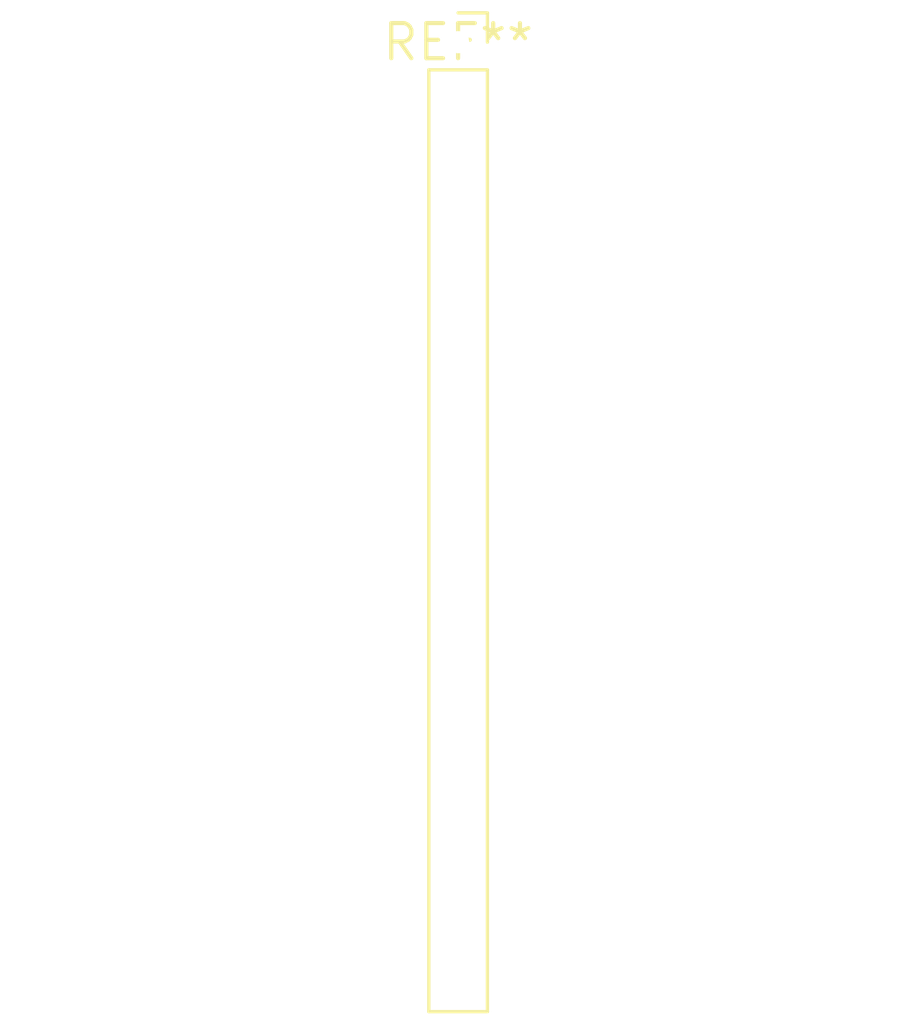
<source format=kicad_pcb>
(kicad_pcb (version 20240108) (generator pcbnew)
  (layers (0 "F.Cu" signal) (31 "B.Cu" signal) (34 "B.Paste" user) (35 "F.Paste" user) (36 "B.SilkS" user "B.Silkscreen") (37 "F.SilkS" user "F.Silkscreen") (38 "B.Mask" user) (39 "F.Mask" user) (44 "Edge.Cuts" user))
  (net 0 "")
  (footprint "PinSocket_1x18_P2.00mm_Vertical" (layer "F.Cu") (at 0 0)
    (property "Reference" "REF**")
    (property "Value" "PinSocket_1x18_P2.00mm_Vertical")
    (fp_line (start -1.06 1) (end -1.06 35.06) (layer "F.SilkS") (stroke (width 0.12)))
    (fp_line (start -1.06 1) (end 1.06 1) (layer "F.SilkS") (stroke (width 0.12)))
    (fp_line (start -1.06 35.06) (end 1.06 35.06) (layer "F.SilkS") (stroke (width 0.12)))
    (fp_line (start 0 -1.06) (end 1.06 -1.06) (layer "F.SilkS") (stroke (width 0.12)))
    (fp_line (start 1.06 -1.06) (end 1.06 0) (layer "F.SilkS") (stroke (width 0.12)))
    (fp_line (start 1.06 1) (end 1.06 35.06) (layer "F.SilkS") (stroke (width 0.12)))
    (pad "1" thru_hole rect (at 0 0) (size 1.35 1.35) (drill 0.8) (layers *.Cu *.Mask) (remove_unused_layers))
    (pad "2" thru_hole oval (at 0 2) (size 1.35 1.35) (drill 0.8) (layers *.Cu *.Mask) (remove_unused_layers))
    (pad "3" thru_hole oval (at 0 4) (size 1.35 1.35) (drill 0.8) (layers *.Cu *.Mask) (remove_unused_layers))
    (pad "4" thru_hole oval (at 0 6) (size 1.35 1.35) (drill 0.8) (layers *.Cu *.Mask) (remove_unused_layers))
    (pad "5" thru_hole oval (at 0 8) (size 1.35 1.35) (drill 0.8) (layers *.Cu *.Mask) (remove_unused_layers))
    (pad "6" thru_hole oval (at 0 10) (size 1.35 1.35) (drill 0.8) (layers *.Cu *.Mask) (remove_unused_layers))
    (pad "7" thru_hole oval (at 0 12) (size 1.35 1.35) (drill 0.8) (layers *.Cu *.Mask) (remove_unused_layers))
    (pad "8" thru_hole oval (at 0 14) (size 1.35 1.35) (drill 0.8) (layers *.Cu *.Mask) (remove_unused_layers))
    (pad "9" thru_hole oval (at 0 16) (size 1.35 1.35) (drill 0.8) (layers *.Cu *.Mask) (remove_unused_layers))
    (pad "10" thru_hole oval (at 0 18) (size 1.35 1.35) (drill 0.8) (layers *.Cu *.Mask) (remove_unused_layers))
    (pad "11" thru_hole oval (at 0 20) (size 1.35 1.35) (drill 0.8) (layers *.Cu *.Mask) (remove_unused_layers))
    (pad "12" thru_hole oval (at 0 22) (size 1.35 1.35) (drill 0.8) (layers *.Cu *.Mask) (remove_unused_layers))
    (pad "13" thru_hole oval (at 0 24) (size 1.35 1.35) (drill 0.8) (layers *.Cu *.Mask) (remove_unused_layers))
    (pad "14" thru_hole oval (at 0 26) (size 1.35 1.35) (drill 0.8) (layers *.Cu *.Mask) (remove_unused_layers))
    (pad "15" thru_hole oval (at 0 28) (size 1.35 1.35) (drill 0.8) (layers *.Cu *.Mask) (remove_unused_layers))
    (pad "16" thru_hole oval (at 0 30) (size 1.35 1.35) (drill 0.8) (layers *.Cu *.Mask) (remove_unused_layers))
    (pad "17" thru_hole oval (at 0 32) (size 1.35 1.35) (drill 0.8) (layers *.Cu *.Mask) (remove_unused_layers))
    (pad "18" thru_hole oval (at 0 34) (size 1.35 1.35) (drill 0.8) (layers *.Cu *.Mask) (remove_unused_layers))
  )
)
</source>
